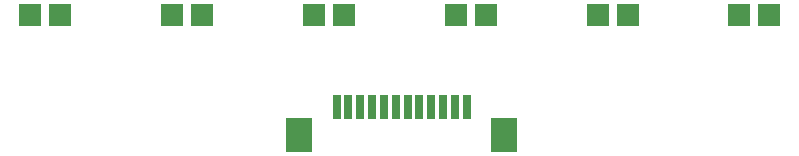
<source format=gbs>
G04*
G04 #@! TF.GenerationSoftware,Altium Limited,Altium Designer,25.8.1 (18)*
G04*
G04 Layer_Color=16711935*
%FSLAX25Y25*%
%MOIN*%
G70*
G04*
G04 #@! TF.SameCoordinates,E4AC6168-4151-454E-BDA4-8BE892279CFA*
G04*
G04*
G04 #@! TF.FilePolarity,Negative*
G04*
G01*
G75*
%ADD11R,0.07480X0.07480*%
%ADD18R,0.08661X0.11417*%
%ADD19R,0.02756X0.07874*%
D11*
X275984Y70472D02*
D03*
X285984D02*
D03*
X228740D02*
D03*
X238740D02*
D03*
X181496D02*
D03*
X191496D02*
D03*
X134252D02*
D03*
X144252D02*
D03*
X87008D02*
D03*
X97008D02*
D03*
X39606D02*
D03*
X49606D02*
D03*
D18*
X129134Y30315D02*
D03*
X197638D02*
D03*
D19*
X141732Y39764D02*
D03*
X145669D02*
D03*
X149606D02*
D03*
X153543D02*
D03*
X157480D02*
D03*
X161417D02*
D03*
X165354D02*
D03*
X169291D02*
D03*
X173228D02*
D03*
X177165D02*
D03*
X181102D02*
D03*
X185039D02*
D03*
M02*

</source>
